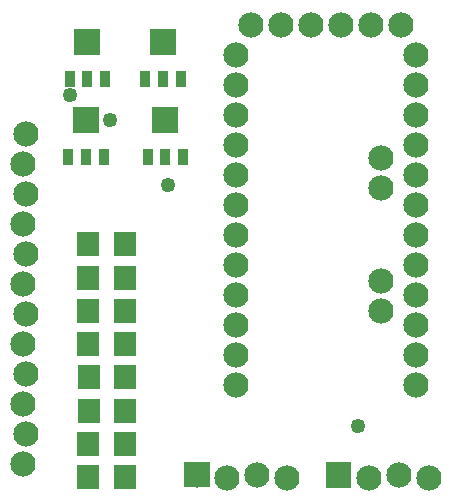
<source format=gbs>
G04 MADE WITH FRITZING*
G04 WWW.FRITZING.ORG*
G04 DOUBLE SIDED*
G04 HOLES PLATED*
G04 CONTOUR ON CENTER OF CONTOUR VECTOR*
%ASAXBY*%
%FSLAX23Y23*%
%MOIN*%
%OFA0B0*%
%SFA1.0B1.0*%
%ADD10C,0.049370*%
%ADD11C,0.084000*%
%ADD12R,0.032835X0.057244*%
%ADD13R,0.088740X0.088740*%
%ADD14R,0.072992X0.084803*%
%ADD15R,0.001000X0.001000*%
%LNMASK0*%
G90*
G70*
G54D10*
X402Y1322D03*
X270Y1406D03*
X1230Y302D03*
X594Y1106D03*
G54D11*
X1371Y1641D03*
X1271Y1641D03*
X1171Y1641D03*
X1071Y1641D03*
X971Y1641D03*
X871Y1641D03*
X1306Y1096D03*
X1306Y1196D03*
X1306Y686D03*
X1306Y786D03*
X1421Y1541D03*
X1421Y1441D03*
X1421Y1341D03*
X1421Y1241D03*
X1421Y1141D03*
X1421Y1041D03*
X1421Y941D03*
X1421Y841D03*
X1421Y741D03*
X1421Y641D03*
X1421Y541D03*
X1421Y441D03*
X821Y441D03*
X821Y541D03*
X821Y641D03*
X821Y741D03*
X821Y841D03*
X821Y941D03*
X821Y1041D03*
X821Y1141D03*
X821Y1241D03*
X821Y1341D03*
X821Y1441D03*
X821Y1541D03*
X121Y1276D03*
X113Y1176D03*
X121Y1076D03*
X113Y976D03*
X121Y876D03*
X113Y776D03*
X121Y676D03*
X113Y576D03*
X121Y476D03*
X113Y376D03*
X121Y276D03*
X113Y176D03*
X692Y139D03*
X792Y129D03*
X892Y139D03*
X992Y129D03*
X1164Y138D03*
X1264Y128D03*
X1364Y138D03*
X1464Y128D03*
G54D12*
X386Y1461D03*
X326Y1461D03*
X267Y1461D03*
G54D13*
X326Y1583D03*
G54D12*
X381Y1201D03*
X322Y1201D03*
X263Y1201D03*
G54D13*
X322Y1323D03*
G54D12*
X645Y1199D03*
X586Y1199D03*
X527Y1199D03*
G54D13*
X586Y1322D03*
G54D12*
X637Y1460D03*
X578Y1460D03*
X519Y1460D03*
G54D13*
X578Y1582D03*
G54D14*
X329Y908D03*
X451Y908D03*
X329Y796D03*
X451Y796D03*
X330Y132D03*
X452Y132D03*
X330Y243D03*
X452Y243D03*
X331Y354D03*
X453Y354D03*
X331Y466D03*
X453Y466D03*
X330Y576D03*
X452Y576D03*
X330Y687D03*
X452Y687D03*
G54D15*
X650Y182D02*
X733Y182D01*
X650Y181D02*
X733Y181D01*
X1122Y181D02*
X1204Y181D01*
X650Y180D02*
X733Y180D01*
X1121Y180D02*
X1204Y180D01*
X650Y179D02*
X733Y179D01*
X1121Y179D02*
X1204Y179D01*
X650Y178D02*
X733Y178D01*
X1121Y178D02*
X1204Y178D01*
X650Y177D02*
X733Y177D01*
X1121Y177D02*
X1204Y177D01*
X650Y176D02*
X733Y176D01*
X1121Y176D02*
X1204Y176D01*
X650Y175D02*
X733Y175D01*
X1121Y175D02*
X1204Y175D01*
X650Y174D02*
X733Y174D01*
X1121Y174D02*
X1204Y174D01*
X650Y173D02*
X733Y173D01*
X1121Y173D02*
X1204Y173D01*
X650Y172D02*
X733Y172D01*
X1121Y172D02*
X1204Y172D01*
X650Y171D02*
X733Y171D01*
X1121Y171D02*
X1204Y171D01*
X650Y170D02*
X733Y170D01*
X1121Y170D02*
X1204Y170D01*
X650Y169D02*
X733Y169D01*
X1121Y169D02*
X1204Y169D01*
X650Y168D02*
X733Y168D01*
X1121Y168D02*
X1204Y168D01*
X650Y167D02*
X733Y167D01*
X1121Y167D02*
X1204Y167D01*
X650Y166D02*
X733Y166D01*
X1121Y166D02*
X1204Y166D01*
X650Y165D02*
X733Y165D01*
X1121Y165D02*
X1204Y165D01*
X650Y164D02*
X733Y164D01*
X1121Y164D02*
X1204Y164D01*
X650Y163D02*
X733Y163D01*
X1121Y163D02*
X1204Y163D01*
X650Y162D02*
X733Y162D01*
X1121Y162D02*
X1204Y162D01*
X650Y161D02*
X733Y161D01*
X1121Y161D02*
X1204Y161D01*
X650Y160D02*
X733Y160D01*
X1121Y160D02*
X1204Y160D01*
X650Y159D02*
X733Y159D01*
X1121Y159D02*
X1204Y159D01*
X650Y158D02*
X733Y158D01*
X1121Y158D02*
X1204Y158D01*
X650Y157D02*
X733Y157D01*
X1121Y157D02*
X1204Y157D01*
X650Y156D02*
X733Y156D01*
X1121Y156D02*
X1204Y156D01*
X650Y155D02*
X687Y155D01*
X695Y155D02*
X733Y155D01*
X1121Y155D02*
X1204Y155D01*
X650Y154D02*
X684Y154D01*
X698Y154D02*
X733Y154D01*
X1121Y154D02*
X1160Y154D01*
X1165Y154D02*
X1204Y154D01*
X650Y153D02*
X682Y153D01*
X700Y153D02*
X733Y153D01*
X1121Y153D02*
X1156Y153D01*
X1169Y153D02*
X1204Y153D01*
X650Y152D02*
X681Y152D01*
X701Y152D02*
X733Y152D01*
X1121Y152D02*
X1155Y152D01*
X1171Y152D02*
X1204Y152D01*
X650Y151D02*
X680Y151D01*
X702Y151D02*
X733Y151D01*
X1121Y151D02*
X1153Y151D01*
X1172Y151D02*
X1204Y151D01*
X650Y150D02*
X679Y150D01*
X703Y150D02*
X733Y150D01*
X1121Y150D02*
X1152Y150D01*
X1174Y150D02*
X1204Y150D01*
X650Y149D02*
X678Y149D01*
X704Y149D02*
X733Y149D01*
X1121Y149D02*
X1151Y149D01*
X1175Y149D02*
X1204Y149D01*
X650Y148D02*
X678Y148D01*
X705Y148D02*
X733Y148D01*
X1121Y148D02*
X1150Y148D01*
X1175Y148D02*
X1204Y148D01*
X650Y147D02*
X677Y147D01*
X705Y147D02*
X733Y147D01*
X1121Y147D02*
X1150Y147D01*
X1176Y147D02*
X1204Y147D01*
X650Y146D02*
X677Y146D01*
X706Y146D02*
X733Y146D01*
X1121Y146D02*
X1149Y146D01*
X1177Y146D02*
X1204Y146D01*
X650Y145D02*
X676Y145D01*
X706Y145D02*
X733Y145D01*
X1121Y145D02*
X1148Y145D01*
X1177Y145D02*
X1204Y145D01*
X650Y144D02*
X676Y144D01*
X706Y144D02*
X733Y144D01*
X1121Y144D02*
X1148Y144D01*
X1178Y144D02*
X1204Y144D01*
X650Y143D02*
X676Y143D01*
X706Y143D02*
X733Y143D01*
X1121Y143D02*
X1148Y143D01*
X1178Y143D02*
X1204Y143D01*
X650Y142D02*
X676Y142D01*
X706Y142D02*
X733Y142D01*
X1121Y142D02*
X1148Y142D01*
X1178Y142D02*
X1204Y142D01*
X650Y141D02*
X676Y141D01*
X707Y141D02*
X733Y141D01*
X1121Y141D02*
X1147Y141D01*
X1178Y141D02*
X1204Y141D01*
X650Y140D02*
X676Y140D01*
X707Y140D02*
X733Y140D01*
X1121Y140D02*
X1147Y140D01*
X1178Y140D02*
X1204Y140D01*
X650Y139D02*
X676Y139D01*
X706Y139D02*
X733Y139D01*
X1121Y139D02*
X1147Y139D01*
X1178Y139D02*
X1204Y139D01*
X650Y138D02*
X676Y138D01*
X706Y138D02*
X733Y138D01*
X1121Y138D02*
X1147Y138D01*
X1178Y138D02*
X1204Y138D01*
X650Y137D02*
X676Y137D01*
X706Y137D02*
X733Y137D01*
X1121Y137D02*
X1148Y137D01*
X1178Y137D02*
X1204Y137D01*
X650Y136D02*
X676Y136D01*
X706Y136D02*
X733Y136D01*
X1121Y136D02*
X1148Y136D01*
X1178Y136D02*
X1204Y136D01*
X650Y135D02*
X677Y135D01*
X706Y135D02*
X733Y135D01*
X1121Y135D02*
X1148Y135D01*
X1178Y135D02*
X1204Y135D01*
X650Y134D02*
X677Y134D01*
X705Y134D02*
X733Y134D01*
X1121Y134D02*
X1148Y134D01*
X1177Y134D02*
X1204Y134D01*
X650Y133D02*
X678Y133D01*
X705Y133D02*
X733Y133D01*
X1121Y133D02*
X1149Y133D01*
X1177Y133D02*
X1204Y133D01*
X650Y132D02*
X678Y132D01*
X704Y132D02*
X733Y132D01*
X1121Y132D02*
X1149Y132D01*
X1177Y132D02*
X1204Y132D01*
X650Y131D02*
X679Y131D01*
X703Y131D02*
X733Y131D01*
X1121Y131D02*
X1150Y131D01*
X1176Y131D02*
X1204Y131D01*
X650Y130D02*
X680Y130D01*
X702Y130D02*
X733Y130D01*
X1121Y130D02*
X1150Y130D01*
X1175Y130D02*
X1204Y130D01*
X650Y129D02*
X681Y129D01*
X701Y129D02*
X733Y129D01*
X1121Y129D02*
X1151Y129D01*
X1174Y129D02*
X1204Y129D01*
X650Y128D02*
X682Y128D01*
X700Y128D02*
X733Y128D01*
X1121Y128D02*
X1152Y128D01*
X1173Y128D02*
X1204Y128D01*
X650Y127D02*
X684Y127D01*
X698Y127D02*
X733Y127D01*
X1121Y127D02*
X1154Y127D01*
X1172Y127D02*
X1204Y127D01*
X650Y126D02*
X686Y126D01*
X696Y126D02*
X733Y126D01*
X1121Y126D02*
X1155Y126D01*
X1171Y126D02*
X1204Y126D01*
X650Y125D02*
X733Y125D01*
X1121Y125D02*
X1157Y125D01*
X1168Y125D02*
X1204Y125D01*
X650Y124D02*
X733Y124D01*
X1121Y124D02*
X1204Y124D01*
X650Y123D02*
X733Y123D01*
X1121Y123D02*
X1204Y123D01*
X650Y122D02*
X733Y122D01*
X1121Y122D02*
X1204Y122D01*
X650Y121D02*
X733Y121D01*
X1121Y121D02*
X1204Y121D01*
X650Y120D02*
X733Y120D01*
X1121Y120D02*
X1204Y120D01*
X650Y119D02*
X733Y119D01*
X1121Y119D02*
X1204Y119D01*
X650Y118D02*
X733Y118D01*
X1121Y118D02*
X1204Y118D01*
X650Y117D02*
X733Y117D01*
X1121Y117D02*
X1204Y117D01*
X650Y116D02*
X733Y116D01*
X1121Y116D02*
X1204Y116D01*
X650Y115D02*
X733Y115D01*
X1121Y115D02*
X1204Y115D01*
X650Y114D02*
X733Y114D01*
X1121Y114D02*
X1204Y114D01*
X650Y113D02*
X733Y113D01*
X1121Y113D02*
X1204Y113D01*
X650Y112D02*
X733Y112D01*
X1121Y112D02*
X1204Y112D01*
X650Y111D02*
X733Y111D01*
X1121Y111D02*
X1204Y111D01*
X650Y110D02*
X733Y110D01*
X1121Y110D02*
X1204Y110D01*
X650Y109D02*
X733Y109D01*
X1121Y109D02*
X1204Y109D01*
X650Y108D02*
X733Y108D01*
X1121Y108D02*
X1204Y108D01*
X650Y107D02*
X733Y107D01*
X1121Y107D02*
X1204Y107D01*
X650Y106D02*
X733Y106D01*
X1121Y106D02*
X1204Y106D01*
X650Y105D02*
X733Y105D01*
X1121Y105D02*
X1204Y105D01*
X650Y104D02*
X733Y104D01*
X1121Y104D02*
X1204Y104D01*
X650Y103D02*
X733Y103D01*
X1121Y103D02*
X1204Y103D01*
X650Y102D02*
X733Y102D01*
X1121Y102D02*
X1204Y102D01*
X650Y101D02*
X733Y101D01*
X1121Y101D02*
X1204Y101D01*
X650Y100D02*
X733Y100D01*
X1121Y100D02*
X1204Y100D01*
X650Y99D02*
X733Y99D01*
X1121Y99D02*
X1204Y99D01*
X1121Y98D02*
X1204Y98D01*
D02*
G04 End of Mask0*
M02*
</source>
